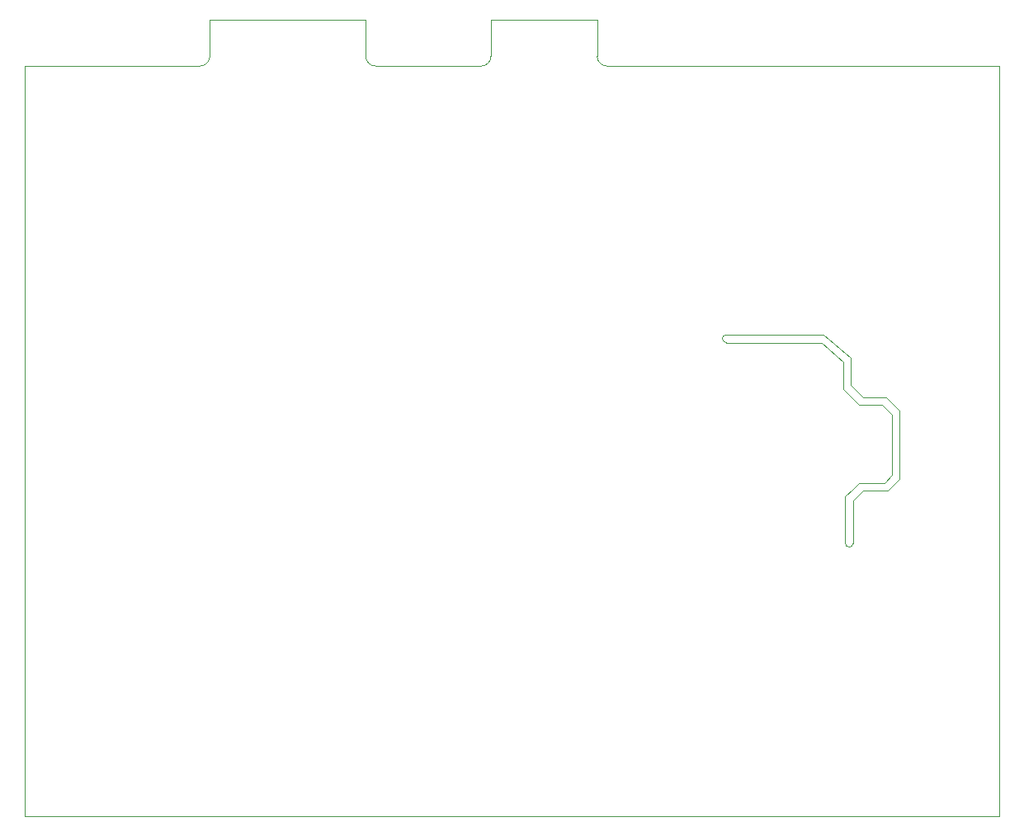
<source format=gbr>
%TF.GenerationSoftware,KiCad,Pcbnew,5.1.9-73d0e3b20d~88~ubuntu18.04.1*%
%TF.CreationDate,2021-01-16T14:46:19+01:00*%
%TF.ProjectId,saba-fernbedienung,73616261-2d66-4657-926e-62656469656e,rev?*%
%TF.SameCoordinates,Original*%
%TF.FileFunction,Profile,NP*%
%FSLAX46Y46*%
G04 Gerber Fmt 4.6, Leading zero omitted, Abs format (unit mm)*
G04 Created by KiCad (PCBNEW 5.1.9-73d0e3b20d~88~ubuntu18.04.1) date 2021-01-16 14:46:19*
%MOMM*%
%LPD*%
G01*
G04 APERTURE LIST*
%TA.AperFunction,Profile*%
%ADD10C,0.050000*%
%TD*%
G04 APERTURE END LIST*
D10*
X189800000Y-105400000D02*
X188600000Y-106600000D01*
X189800000Y-105200000D02*
X189800000Y-105400000D01*
X188400000Y-97000000D02*
X188200000Y-97000000D01*
X189800000Y-98400000D02*
X188400000Y-97000000D01*
X182000000Y-90600000D02*
X172000000Y-90600000D01*
X184800000Y-93000000D02*
X182000000Y-90600000D01*
X184800000Y-95800000D02*
X184800000Y-93000000D01*
X186000000Y-97000000D02*
X184800000Y-95800000D01*
X188200000Y-97000000D02*
X186000000Y-97000000D01*
X189800000Y-105200000D02*
X189800000Y-98400000D01*
X186000000Y-106600000D02*
X188600000Y-106600000D01*
X185000000Y-107600000D02*
X186000000Y-106600000D01*
X185000000Y-112000000D02*
X185000000Y-107600000D01*
X184200000Y-107200000D02*
X184200000Y-112000000D01*
X185000000Y-106400000D02*
X184200000Y-107200000D01*
X185600000Y-105800000D02*
X185000000Y-106400000D01*
X188200000Y-105800000D02*
X185600000Y-105800000D01*
X189000000Y-105000000D02*
X188200000Y-105800000D01*
X189000000Y-98800000D02*
X189000000Y-105000000D01*
X188000000Y-97800000D02*
X189000000Y-98800000D01*
X185600000Y-97800000D02*
X188000000Y-97800000D01*
X184000000Y-96200000D02*
X185600000Y-97800000D01*
X184000000Y-93400000D02*
X184000000Y-96200000D01*
X181800000Y-91400000D02*
X184000000Y-93400000D01*
X180600000Y-91400000D02*
X181800000Y-91400000D01*
X172000000Y-91400000D02*
X180600000Y-91400000D01*
X172000000Y-91400000D02*
G75*
G02*
X172000000Y-90600000I0J400000D01*
G01*
X185000000Y-112000000D02*
G75*
G02*
X184200000Y-112000000I-400000J0D01*
G01*
X200000000Y-63000000D02*
X159750000Y-63000000D01*
X147850000Y-58250000D02*
X158750000Y-58250000D01*
X136000000Y-63000000D02*
X146850000Y-63000000D01*
X147850000Y-62000000D02*
G75*
G02*
X146850000Y-63000000I-1000000J0D01*
G01*
X147850000Y-62000000D02*
X147850000Y-58250000D01*
X135000000Y-58250000D02*
X135000000Y-62000000D01*
X136000000Y-63000000D02*
G75*
G02*
X135000000Y-62000000I0J1000000D01*
G01*
X159750000Y-63000000D02*
G75*
G02*
X158750000Y-62000000I0J1000000D01*
G01*
X158750000Y-58250000D02*
X158750000Y-62000000D01*
X119000000Y-58250000D02*
X135000000Y-58250000D01*
X119000000Y-62000000D02*
X119000000Y-58250000D01*
X119000000Y-62000000D02*
G75*
G02*
X118000000Y-63000000I-1000000J0D01*
G01*
X100000000Y-63000000D02*
X118000000Y-63000000D01*
X100000000Y-63000000D02*
X100000000Y-140000000D01*
X200000000Y-140000000D02*
X200000000Y-63000000D01*
X100000000Y-140000000D02*
X200000000Y-140000000D01*
M02*

</source>
